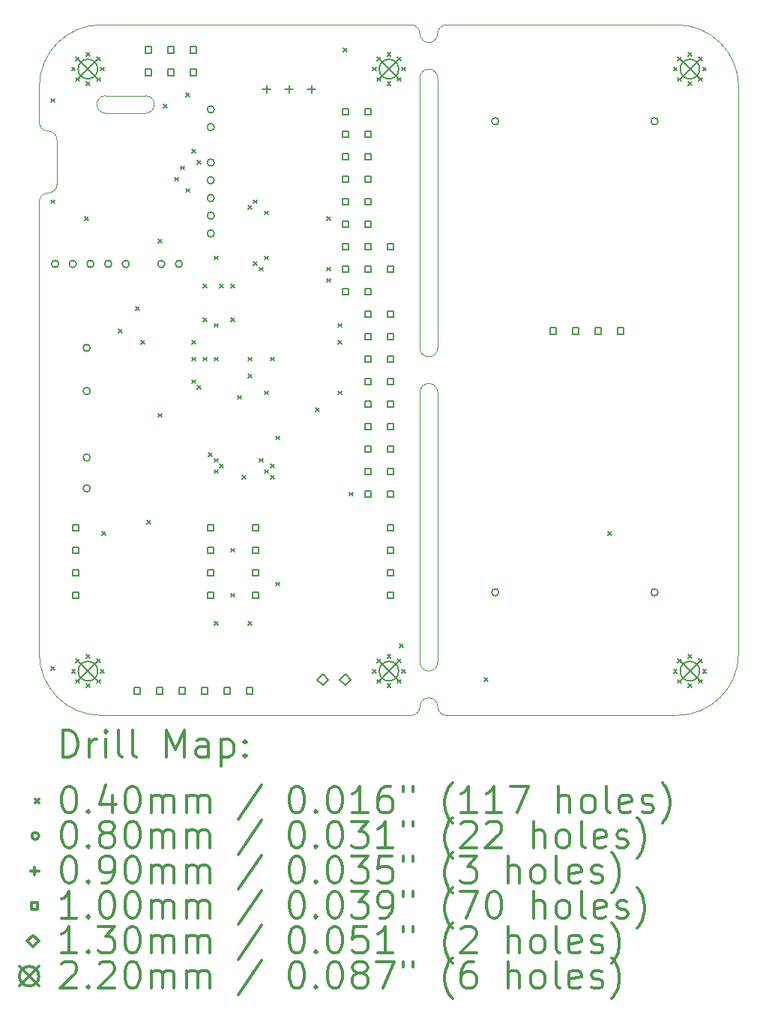
<source format=gbr>
%FSLAX45Y45*%
G04 Gerber Fmt 4.5, Leading zero omitted, Abs format (unit mm)*
G04 Created by KiCad (PCBNEW 4.0.7) date 08/02/18 21:47:23*
%MOMM*%
%LPD*%
G01*
G04 APERTURE LIST*
%ADD10C,0.127000*%
%ADD11C,0.100000*%
%ADD12C,0.200000*%
%ADD13C,0.300000*%
G04 APERTURE END LIST*
D10*
D11*
X8850000Y-8400000D02*
X9300000Y-8400000D01*
X8850000Y-8200000D02*
X9300000Y-8200000D01*
X9300000Y-8400000D02*
G75*
G03X9400000Y-8300000I0J100000D01*
G01*
X9400000Y-8300000D02*
G75*
G03X9300000Y-8200000I-100000J0D01*
G01*
X8750000Y-8300000D02*
G75*
G03X8850000Y-8400000I100000J0D01*
G01*
X8850000Y-8200000D02*
G75*
G03X8750000Y-8300000I0J-100000D01*
G01*
X8100000Y-9400000D02*
X8100000Y-14500000D01*
X8100000Y-8500000D02*
X8100000Y-8100000D01*
X8300000Y-8700000D02*
X8300000Y-9200000D01*
X8200000Y-9300000D02*
G75*
G03X8100000Y-9400000I0J-100000D01*
G01*
X8200000Y-9300000D02*
G75*
G03X8300000Y-9200000I0J100000D01*
G01*
X8300000Y-8700000D02*
G75*
G03X8200000Y-8600000I-100000J0D01*
G01*
X8100000Y-8500000D02*
G75*
G03X8200000Y-8600000I100000J0D01*
G01*
X12400000Y-8000000D02*
X12400000Y-11050000D01*
X12600000Y-11050000D02*
X12600000Y-8000000D01*
X12400000Y-11550000D02*
X12400000Y-14600000D01*
X12600000Y-14600000D02*
X12600000Y-11550000D01*
X8800000Y-15200000D02*
X12300000Y-15200000D01*
X12700000Y-15200000D02*
X15300000Y-15200000D01*
X12300000Y-7400000D02*
X8800000Y-7400000D01*
X12700000Y-7400000D02*
X15300000Y-7400000D01*
X12600000Y-15100000D02*
G75*
G03X12700000Y-15200000I100000J0D01*
G01*
X12600000Y-15100000D02*
G75*
G03X12500000Y-15000000I-100000J0D01*
G01*
X12500000Y-15000000D02*
G75*
G03X12400000Y-15100000I0J-100000D01*
G01*
X12300000Y-15200000D02*
G75*
G03X12400000Y-15100000I0J100000D01*
G01*
X12400000Y-7500000D02*
G75*
G03X12300000Y-7400000I-100000J0D01*
G01*
X12400000Y-7500000D02*
G75*
G03X12500000Y-7600000I100000J0D01*
G01*
X12500000Y-7600000D02*
G75*
G03X12600000Y-7500000I0J100000D01*
G01*
X12700000Y-7400000D02*
G75*
G03X12600000Y-7500000I0J-100000D01*
G01*
X16000000Y-8100000D02*
X16000000Y-14500000D01*
X8100000Y-14500000D02*
G75*
G03X8800000Y-15200000I700000J0D01*
G01*
X15300000Y-15200000D02*
G75*
G03X16000000Y-14500000I0J700000D01*
G01*
X16000000Y-8100000D02*
G75*
G03X15300000Y-7400000I-700000J0D01*
G01*
X8800000Y-7400000D02*
G75*
G03X8100000Y-8100000I0J-700000D01*
G01*
X12500000Y-11450000D02*
G75*
G03X12400000Y-11550000I0J-100000D01*
G01*
X12600000Y-11550000D02*
G75*
G03X12500000Y-11450000I-100000J0D01*
G01*
X12600000Y-8000000D02*
G75*
G03X12500000Y-7900000I-100000J0D01*
G01*
X12500000Y-7900000D02*
G75*
G03X12400000Y-8000000I0J-100000D01*
G01*
X12400000Y-11050000D02*
G75*
G03X12500000Y-11150000I100000J0D01*
G01*
X12500000Y-11150000D02*
G75*
G03X12600000Y-11050000I0J100000D01*
G01*
X12500000Y-14700000D02*
G75*
G03X12600000Y-14600000I0J100000D01*
G01*
X12400000Y-14600000D02*
G75*
G03X12500000Y-14700000I100000J0D01*
G01*
D12*
X8235000Y-8235000D02*
X8275000Y-8275000D01*
X8275000Y-8235000D02*
X8235000Y-8275000D01*
X8235000Y-9378000D02*
X8275000Y-9418000D01*
X8275000Y-9378000D02*
X8235000Y-9418000D01*
X8235000Y-14648500D02*
X8275000Y-14688500D01*
X8275000Y-14648500D02*
X8235000Y-14688500D01*
X8465000Y-7880000D02*
X8505000Y-7920000D01*
X8505000Y-7880000D02*
X8465000Y-7920000D01*
X8465000Y-14680000D02*
X8505000Y-14720000D01*
X8505000Y-14680000D02*
X8465000Y-14720000D01*
X8513327Y-7763327D02*
X8553327Y-7803327D01*
X8553327Y-7763327D02*
X8513327Y-7803327D01*
X8513327Y-7996673D02*
X8553327Y-8036673D01*
X8553327Y-7996673D02*
X8513327Y-8036673D01*
X8513327Y-14563327D02*
X8553327Y-14603327D01*
X8553327Y-14563327D02*
X8513327Y-14603327D01*
X8513327Y-14796673D02*
X8553327Y-14836673D01*
X8553327Y-14796673D02*
X8513327Y-14836673D01*
X8616000Y-9568500D02*
X8656000Y-9608500D01*
X8656000Y-9568500D02*
X8616000Y-9608500D01*
X8630000Y-7715000D02*
X8670000Y-7755000D01*
X8670000Y-7715000D02*
X8630000Y-7755000D01*
X8630000Y-8045000D02*
X8670000Y-8085000D01*
X8670000Y-8045000D02*
X8630000Y-8085000D01*
X8630000Y-14515000D02*
X8670000Y-14555000D01*
X8670000Y-14515000D02*
X8630000Y-14555000D01*
X8630000Y-14845000D02*
X8670000Y-14885000D01*
X8670000Y-14845000D02*
X8630000Y-14885000D01*
X8746673Y-7763327D02*
X8786673Y-7803327D01*
X8786673Y-7763327D02*
X8746673Y-7803327D01*
X8746673Y-7996673D02*
X8786673Y-8036673D01*
X8786673Y-7996673D02*
X8746673Y-8036673D01*
X8746673Y-14563327D02*
X8786673Y-14603327D01*
X8786673Y-14563327D02*
X8746673Y-14603327D01*
X8746673Y-14796673D02*
X8786673Y-14836673D01*
X8786673Y-14796673D02*
X8746673Y-14836673D01*
X8795000Y-7880000D02*
X8835000Y-7920000D01*
X8835000Y-7880000D02*
X8795000Y-7920000D01*
X8795000Y-14680000D02*
X8835000Y-14720000D01*
X8835000Y-14680000D02*
X8795000Y-14720000D01*
X8806500Y-13124500D02*
X8846500Y-13164500D01*
X8846500Y-13124500D02*
X8806500Y-13164500D01*
X8997000Y-10838500D02*
X9037000Y-10878500D01*
X9037000Y-10838500D02*
X8997000Y-10878500D01*
X9187500Y-10584500D02*
X9227500Y-10624500D01*
X9227500Y-10584500D02*
X9187500Y-10624500D01*
X9251000Y-10965500D02*
X9291000Y-11005500D01*
X9291000Y-10965500D02*
X9251000Y-11005500D01*
X9314500Y-12997500D02*
X9354500Y-13037500D01*
X9354500Y-12997500D02*
X9314500Y-13037500D01*
X9441500Y-9822500D02*
X9481500Y-9862500D01*
X9481500Y-9822500D02*
X9441500Y-9862500D01*
X9441500Y-11791000D02*
X9481500Y-11831000D01*
X9481500Y-11791000D02*
X9441500Y-11831000D01*
X9505000Y-8298500D02*
X9545000Y-8338500D01*
X9545000Y-8298500D02*
X9505000Y-8338500D01*
X9632000Y-9124000D02*
X9672000Y-9164000D01*
X9672000Y-9124000D02*
X9632000Y-9164000D01*
X9695500Y-8997000D02*
X9735500Y-9037000D01*
X9735500Y-8997000D02*
X9695500Y-9037000D01*
X9759000Y-8171500D02*
X9799000Y-8211500D01*
X9799000Y-8171500D02*
X9759000Y-8211500D01*
X9759000Y-9251000D02*
X9799000Y-9291000D01*
X9799000Y-9251000D02*
X9759000Y-9291000D01*
X9822500Y-8806500D02*
X9862500Y-8846500D01*
X9862500Y-8806500D02*
X9822500Y-8846500D01*
X9822500Y-10965500D02*
X9862500Y-11005500D01*
X9862500Y-10965500D02*
X9822500Y-11005500D01*
X9822500Y-11156000D02*
X9862500Y-11196000D01*
X9862500Y-11156000D02*
X9822500Y-11196000D01*
X9822500Y-11410000D02*
X9862500Y-11450000D01*
X9862500Y-11410000D02*
X9822500Y-11450000D01*
X9886000Y-8933500D02*
X9926000Y-8973500D01*
X9926000Y-8933500D02*
X9886000Y-8973500D01*
X9886000Y-11473500D02*
X9926000Y-11513500D01*
X9926000Y-11473500D02*
X9886000Y-11513500D01*
X9949500Y-10330500D02*
X9989500Y-10370500D01*
X9989500Y-10330500D02*
X9949500Y-10370500D01*
X9949500Y-10711500D02*
X9989500Y-10751500D01*
X9989500Y-10711500D02*
X9949500Y-10751500D01*
X9949500Y-11156000D02*
X9989500Y-11196000D01*
X9989500Y-11156000D02*
X9949500Y-11196000D01*
X10013000Y-12235500D02*
X10053000Y-12275500D01*
X10053000Y-12235500D02*
X10013000Y-12275500D01*
X10076500Y-10013000D02*
X10116500Y-10053000D01*
X10116500Y-10013000D02*
X10076500Y-10053000D01*
X10076500Y-10775000D02*
X10116500Y-10815000D01*
X10116500Y-10775000D02*
X10076500Y-10815000D01*
X10076500Y-11156000D02*
X10116500Y-11196000D01*
X10116500Y-11156000D02*
X10076500Y-11196000D01*
X10076500Y-12299000D02*
X10116500Y-12339000D01*
X10116500Y-12299000D02*
X10076500Y-12339000D01*
X10076500Y-12426000D02*
X10116500Y-12466000D01*
X10116500Y-12426000D02*
X10076500Y-12466000D01*
X10076500Y-14140500D02*
X10116500Y-14180500D01*
X10116500Y-14140500D02*
X10076500Y-14180500D01*
X10140000Y-10330500D02*
X10180000Y-10370500D01*
X10180000Y-10330500D02*
X10140000Y-10370500D01*
X10140000Y-12362500D02*
X10180000Y-12402500D01*
X10180000Y-12362500D02*
X10140000Y-12402500D01*
X10267000Y-10330500D02*
X10307000Y-10370500D01*
X10307000Y-10330500D02*
X10267000Y-10370500D01*
X10267000Y-10711500D02*
X10307000Y-10751500D01*
X10307000Y-10711500D02*
X10267000Y-10751500D01*
X10267000Y-13315000D02*
X10307000Y-13355000D01*
X10307000Y-13315000D02*
X10267000Y-13355000D01*
X10267000Y-13823000D02*
X10307000Y-13863000D01*
X10307000Y-13823000D02*
X10267000Y-13863000D01*
X10343200Y-11587800D02*
X10383200Y-11627800D01*
X10383200Y-11587800D02*
X10343200Y-11627800D01*
X10394000Y-12489500D02*
X10434000Y-12529500D01*
X10434000Y-12489500D02*
X10394000Y-12529500D01*
X10457500Y-9441500D02*
X10497500Y-9481500D01*
X10497500Y-9441500D02*
X10457500Y-9481500D01*
X10457500Y-11156000D02*
X10497500Y-11196000D01*
X10497500Y-11156000D02*
X10457500Y-11196000D01*
X10457500Y-11346500D02*
X10497500Y-11386500D01*
X10497500Y-11346500D02*
X10457500Y-11386500D01*
X10457500Y-14140500D02*
X10497500Y-14180500D01*
X10497500Y-14140500D02*
X10457500Y-14180500D01*
X10521000Y-9378000D02*
X10561000Y-9418000D01*
X10561000Y-9378000D02*
X10521000Y-9418000D01*
X10521000Y-10076500D02*
X10561000Y-10116500D01*
X10561000Y-10076500D02*
X10521000Y-10116500D01*
X10584500Y-10140000D02*
X10624500Y-10180000D01*
X10624500Y-10140000D02*
X10584500Y-10180000D01*
X10584500Y-12299000D02*
X10624500Y-12339000D01*
X10624500Y-12299000D02*
X10584500Y-12339000D01*
X10648000Y-9505000D02*
X10688000Y-9545000D01*
X10688000Y-9505000D02*
X10648000Y-9545000D01*
X10648000Y-10013000D02*
X10688000Y-10053000D01*
X10688000Y-10013000D02*
X10648000Y-10053000D01*
X10648000Y-11537000D02*
X10688000Y-11577000D01*
X10688000Y-11537000D02*
X10648000Y-11577000D01*
X10648000Y-12426000D02*
X10688000Y-12466000D01*
X10688000Y-12426000D02*
X10648000Y-12466000D01*
X10711500Y-11156000D02*
X10751500Y-11196000D01*
X10751500Y-11156000D02*
X10711500Y-11196000D01*
X10711500Y-12362500D02*
X10751500Y-12402500D01*
X10751500Y-12362500D02*
X10711500Y-12402500D01*
X10711500Y-12489500D02*
X10751500Y-12529500D01*
X10751500Y-12489500D02*
X10711500Y-12529500D01*
X10775000Y-12045000D02*
X10815000Y-12085000D01*
X10815000Y-12045000D02*
X10775000Y-12085000D01*
X10775000Y-13696000D02*
X10815000Y-13736000D01*
X10815000Y-13696000D02*
X10775000Y-13736000D01*
X11219500Y-11727500D02*
X11259500Y-11767500D01*
X11259500Y-11727500D02*
X11219500Y-11767500D01*
X11346500Y-9568500D02*
X11386500Y-9608500D01*
X11386500Y-9568500D02*
X11346500Y-9608500D01*
X11346500Y-10140000D02*
X11386500Y-10180000D01*
X11386500Y-10140000D02*
X11346500Y-10180000D01*
X11346500Y-10267000D02*
X11386500Y-10307000D01*
X11386500Y-10267000D02*
X11346500Y-10307000D01*
X11473500Y-10775000D02*
X11513500Y-10815000D01*
X11513500Y-10775000D02*
X11473500Y-10815000D01*
X11473500Y-10965500D02*
X11513500Y-11005500D01*
X11513500Y-10965500D02*
X11473500Y-11005500D01*
X11473500Y-11537000D02*
X11513500Y-11577000D01*
X11513500Y-11537000D02*
X11473500Y-11577000D01*
X11537000Y-7663500D02*
X11577000Y-7703500D01*
X11577000Y-7663500D02*
X11537000Y-7703500D01*
X11600500Y-12680000D02*
X11640500Y-12720000D01*
X11640500Y-12680000D02*
X11600500Y-12720000D01*
X11865000Y-7880000D02*
X11905000Y-7920000D01*
X11905000Y-7880000D02*
X11865000Y-7920000D01*
X11865000Y-14680000D02*
X11905000Y-14720000D01*
X11905000Y-14680000D02*
X11865000Y-14720000D01*
X11913327Y-7763327D02*
X11953327Y-7803327D01*
X11953327Y-7763327D02*
X11913327Y-7803327D01*
X11913327Y-7996673D02*
X11953327Y-8036673D01*
X11953327Y-7996673D02*
X11913327Y-8036673D01*
X11913327Y-14563327D02*
X11953327Y-14603327D01*
X11953327Y-14563327D02*
X11913327Y-14603327D01*
X11913327Y-14796673D02*
X11953327Y-14836673D01*
X11953327Y-14796673D02*
X11913327Y-14836673D01*
X12030000Y-7715000D02*
X12070000Y-7755000D01*
X12070000Y-7715000D02*
X12030000Y-7755000D01*
X12030000Y-8045000D02*
X12070000Y-8085000D01*
X12070000Y-8045000D02*
X12030000Y-8085000D01*
X12030000Y-14515000D02*
X12070000Y-14555000D01*
X12070000Y-14515000D02*
X12030000Y-14555000D01*
X12030000Y-14845000D02*
X12070000Y-14885000D01*
X12070000Y-14845000D02*
X12030000Y-14885000D01*
X12146673Y-7763327D02*
X12186673Y-7803327D01*
X12186673Y-7763327D02*
X12146673Y-7803327D01*
X12146673Y-7996673D02*
X12186673Y-8036673D01*
X12186673Y-7996673D02*
X12146673Y-8036673D01*
X12146673Y-14563327D02*
X12186673Y-14603327D01*
X12186673Y-14563327D02*
X12146673Y-14603327D01*
X12146673Y-14796673D02*
X12186673Y-14836673D01*
X12186673Y-14796673D02*
X12146673Y-14836673D01*
X12172000Y-14394500D02*
X12212000Y-14434500D01*
X12212000Y-14394500D02*
X12172000Y-14434500D01*
X12195000Y-7880000D02*
X12235000Y-7920000D01*
X12235000Y-7880000D02*
X12195000Y-7920000D01*
X12195000Y-14680000D02*
X12235000Y-14720000D01*
X12235000Y-14680000D02*
X12195000Y-14720000D01*
X13124500Y-14775500D02*
X13164500Y-14815500D01*
X13164500Y-14775500D02*
X13124500Y-14815500D01*
X14521500Y-13124500D02*
X14561500Y-13164500D01*
X14561500Y-13124500D02*
X14521500Y-13164500D01*
X15265000Y-7880000D02*
X15305000Y-7920000D01*
X15305000Y-7880000D02*
X15265000Y-7920000D01*
X15265000Y-14680000D02*
X15305000Y-14720000D01*
X15305000Y-14680000D02*
X15265000Y-14720000D01*
X15313327Y-7763327D02*
X15353327Y-7803327D01*
X15353327Y-7763327D02*
X15313327Y-7803327D01*
X15313327Y-7996673D02*
X15353327Y-8036673D01*
X15353327Y-7996673D02*
X15313327Y-8036673D01*
X15313327Y-14563327D02*
X15353327Y-14603327D01*
X15353327Y-14563327D02*
X15313327Y-14603327D01*
X15313327Y-14796673D02*
X15353327Y-14836673D01*
X15353327Y-14796673D02*
X15313327Y-14836673D01*
X15430000Y-7715000D02*
X15470000Y-7755000D01*
X15470000Y-7715000D02*
X15430000Y-7755000D01*
X15430000Y-8045000D02*
X15470000Y-8085000D01*
X15470000Y-8045000D02*
X15430000Y-8085000D01*
X15430000Y-14515000D02*
X15470000Y-14555000D01*
X15470000Y-14515000D02*
X15430000Y-14555000D01*
X15430000Y-14845000D02*
X15470000Y-14885000D01*
X15470000Y-14845000D02*
X15430000Y-14885000D01*
X15546673Y-7763327D02*
X15586673Y-7803327D01*
X15586673Y-7763327D02*
X15546673Y-7803327D01*
X15546673Y-7996673D02*
X15586673Y-8036673D01*
X15586673Y-7996673D02*
X15546673Y-8036673D01*
X15546673Y-14563327D02*
X15586673Y-14603327D01*
X15586673Y-14563327D02*
X15546673Y-14603327D01*
X15546673Y-14796673D02*
X15586673Y-14836673D01*
X15586673Y-14796673D02*
X15546673Y-14836673D01*
X15595000Y-7880000D02*
X15635000Y-7920000D01*
X15635000Y-7880000D02*
X15595000Y-7920000D01*
X15595000Y-14680000D02*
X15635000Y-14720000D01*
X15635000Y-14680000D02*
X15595000Y-14720000D01*
X8318000Y-10100500D02*
G75*
G03X8318000Y-10100500I-40000J0D01*
G01*
X8518000Y-10100500D02*
G75*
G03X8518000Y-10100500I-40000J0D01*
G01*
X8676000Y-11049000D02*
G75*
G03X8676000Y-11049000I-40000J0D01*
G01*
X8676000Y-11537000D02*
G75*
G03X8676000Y-11537000I-40000J0D01*
G01*
X8676000Y-12286500D02*
G75*
G03X8676000Y-12286500I-40000J0D01*
G01*
X8676000Y-12636500D02*
G75*
G03X8676000Y-12636500I-40000J0D01*
G01*
X8718000Y-10100500D02*
G75*
G03X8718000Y-10100500I-40000J0D01*
G01*
X8918000Y-10100500D02*
G75*
G03X8918000Y-10100500I-40000J0D01*
G01*
X9118000Y-10100500D02*
G75*
G03X9118000Y-10100500I-40000J0D01*
G01*
X9518000Y-10100500D02*
G75*
G03X9518000Y-10100500I-40000J0D01*
G01*
X9718000Y-10100500D02*
G75*
G03X9718000Y-10100500I-40000J0D01*
G01*
X10077000Y-8356000D02*
G75*
G03X10077000Y-8356000I-40000J0D01*
G01*
X10077000Y-8556000D02*
G75*
G03X10077000Y-8556000I-40000J0D01*
G01*
X10077000Y-8956000D02*
G75*
G03X10077000Y-8956000I-40000J0D01*
G01*
X10077000Y-9156000D02*
G75*
G03X10077000Y-9156000I-40000J0D01*
G01*
X10077000Y-9356000D02*
G75*
G03X10077000Y-9356000I-40000J0D01*
G01*
X10077000Y-9556000D02*
G75*
G03X10077000Y-9556000I-40000J0D01*
G01*
X10077000Y-9756000D02*
G75*
G03X10077000Y-9756000I-40000J0D01*
G01*
X13290000Y-8490000D02*
G75*
G03X13290000Y-8490000I-40000J0D01*
G01*
X13290000Y-13810000D02*
G75*
G03X13290000Y-13810000I-40000J0D01*
G01*
X15090000Y-8490000D02*
G75*
G03X15090000Y-8490000I-40000J0D01*
G01*
X15090000Y-13810000D02*
G75*
G03X15090000Y-13810000I-40000J0D01*
G01*
X10668000Y-8083000D02*
X10668000Y-8173000D01*
X10623000Y-8128000D02*
X10713000Y-8128000D01*
X10922000Y-8083000D02*
X10922000Y-8173000D01*
X10877000Y-8128000D02*
X10967000Y-8128000D01*
X11176000Y-8083000D02*
X11176000Y-8173000D01*
X11131000Y-8128000D02*
X11221000Y-8128000D01*
X8544356Y-13116356D02*
X8544356Y-13045644D01*
X8473644Y-13045644D01*
X8473644Y-13116356D01*
X8544356Y-13116356D01*
X8544356Y-13370356D02*
X8544356Y-13299644D01*
X8473644Y-13299644D01*
X8473644Y-13370356D01*
X8544356Y-13370356D01*
X8544356Y-13624356D02*
X8544356Y-13553644D01*
X8473644Y-13553644D01*
X8473644Y-13624356D01*
X8544356Y-13624356D01*
X8544356Y-13878356D02*
X8544356Y-13807644D01*
X8473644Y-13807644D01*
X8473644Y-13878356D01*
X8544356Y-13878356D01*
X9242856Y-14957856D02*
X9242856Y-14887144D01*
X9172144Y-14887144D01*
X9172144Y-14957856D01*
X9242856Y-14957856D01*
X9369856Y-7718856D02*
X9369856Y-7648144D01*
X9299144Y-7648144D01*
X9299144Y-7718856D01*
X9369856Y-7718856D01*
X9369856Y-7972856D02*
X9369856Y-7902144D01*
X9299144Y-7902144D01*
X9299144Y-7972856D01*
X9369856Y-7972856D01*
X9496856Y-14957856D02*
X9496856Y-14887144D01*
X9426144Y-14887144D01*
X9426144Y-14957856D01*
X9496856Y-14957856D01*
X9623856Y-7718856D02*
X9623856Y-7648144D01*
X9553144Y-7648144D01*
X9553144Y-7718856D01*
X9623856Y-7718856D01*
X9623856Y-7972856D02*
X9623856Y-7902144D01*
X9553144Y-7902144D01*
X9553144Y-7972856D01*
X9623856Y-7972856D01*
X9750856Y-14957856D02*
X9750856Y-14887144D01*
X9680144Y-14887144D01*
X9680144Y-14957856D01*
X9750856Y-14957856D01*
X9877856Y-7718856D02*
X9877856Y-7648144D01*
X9807144Y-7648144D01*
X9807144Y-7718856D01*
X9877856Y-7718856D01*
X9877856Y-7972856D02*
X9877856Y-7902144D01*
X9807144Y-7902144D01*
X9807144Y-7972856D01*
X9877856Y-7972856D01*
X10004856Y-14957856D02*
X10004856Y-14887144D01*
X9934144Y-14887144D01*
X9934144Y-14957856D01*
X10004856Y-14957856D01*
X10068356Y-13116356D02*
X10068356Y-13045644D01*
X9997644Y-13045644D01*
X9997644Y-13116356D01*
X10068356Y-13116356D01*
X10068356Y-13370356D02*
X10068356Y-13299644D01*
X9997644Y-13299644D01*
X9997644Y-13370356D01*
X10068356Y-13370356D01*
X10068356Y-13624356D02*
X10068356Y-13553644D01*
X9997644Y-13553644D01*
X9997644Y-13624356D01*
X10068356Y-13624356D01*
X10068356Y-13878356D02*
X10068356Y-13807644D01*
X9997644Y-13807644D01*
X9997644Y-13878356D01*
X10068356Y-13878356D01*
X10258856Y-14957856D02*
X10258856Y-14887144D01*
X10188144Y-14887144D01*
X10188144Y-14957856D01*
X10258856Y-14957856D01*
X10512856Y-14957856D02*
X10512856Y-14887144D01*
X10442144Y-14887144D01*
X10442144Y-14957856D01*
X10512856Y-14957856D01*
X10576356Y-13116356D02*
X10576356Y-13045644D01*
X10505644Y-13045644D01*
X10505644Y-13116356D01*
X10576356Y-13116356D01*
X10576356Y-13370356D02*
X10576356Y-13299644D01*
X10505644Y-13299644D01*
X10505644Y-13370356D01*
X10576356Y-13370356D01*
X10576356Y-13624356D02*
X10576356Y-13553644D01*
X10505644Y-13553644D01*
X10505644Y-13624356D01*
X10576356Y-13624356D01*
X10576356Y-13878356D02*
X10576356Y-13807644D01*
X10505644Y-13807644D01*
X10505644Y-13878356D01*
X10576356Y-13878356D01*
X11592356Y-8417356D02*
X11592356Y-8346644D01*
X11521644Y-8346644D01*
X11521644Y-8417356D01*
X11592356Y-8417356D01*
X11592356Y-8671356D02*
X11592356Y-8600644D01*
X11521644Y-8600644D01*
X11521644Y-8671356D01*
X11592356Y-8671356D01*
X11592356Y-8925356D02*
X11592356Y-8854644D01*
X11521644Y-8854644D01*
X11521644Y-8925356D01*
X11592356Y-8925356D01*
X11592356Y-9179356D02*
X11592356Y-9108644D01*
X11521644Y-9108644D01*
X11521644Y-9179356D01*
X11592356Y-9179356D01*
X11592356Y-9433356D02*
X11592356Y-9362644D01*
X11521644Y-9362644D01*
X11521644Y-9433356D01*
X11592356Y-9433356D01*
X11592356Y-9687356D02*
X11592356Y-9616644D01*
X11521644Y-9616644D01*
X11521644Y-9687356D01*
X11592356Y-9687356D01*
X11592356Y-9941356D02*
X11592356Y-9870644D01*
X11521644Y-9870644D01*
X11521644Y-9941356D01*
X11592356Y-9941356D01*
X11592356Y-10195356D02*
X11592356Y-10124644D01*
X11521644Y-10124644D01*
X11521644Y-10195356D01*
X11592356Y-10195356D01*
X11592356Y-10449356D02*
X11592356Y-10378644D01*
X11521644Y-10378644D01*
X11521644Y-10449356D01*
X11592356Y-10449356D01*
X11846356Y-8417356D02*
X11846356Y-8346644D01*
X11775644Y-8346644D01*
X11775644Y-8417356D01*
X11846356Y-8417356D01*
X11846356Y-8671356D02*
X11846356Y-8600644D01*
X11775644Y-8600644D01*
X11775644Y-8671356D01*
X11846356Y-8671356D01*
X11846356Y-8925356D02*
X11846356Y-8854644D01*
X11775644Y-8854644D01*
X11775644Y-8925356D01*
X11846356Y-8925356D01*
X11846356Y-9179356D02*
X11846356Y-9108644D01*
X11775644Y-9108644D01*
X11775644Y-9179356D01*
X11846356Y-9179356D01*
X11846356Y-9433356D02*
X11846356Y-9362644D01*
X11775644Y-9362644D01*
X11775644Y-9433356D01*
X11846356Y-9433356D01*
X11846356Y-9687356D02*
X11846356Y-9616644D01*
X11775644Y-9616644D01*
X11775644Y-9687356D01*
X11846356Y-9687356D01*
X11846356Y-9941356D02*
X11846356Y-9870644D01*
X11775644Y-9870644D01*
X11775644Y-9941356D01*
X11846356Y-9941356D01*
X11846356Y-10195356D02*
X11846356Y-10124644D01*
X11775644Y-10124644D01*
X11775644Y-10195356D01*
X11846356Y-10195356D01*
X11846356Y-10449356D02*
X11846356Y-10378644D01*
X11775644Y-10378644D01*
X11775644Y-10449356D01*
X11846356Y-10449356D01*
X11846356Y-10703356D02*
X11846356Y-10632644D01*
X11775644Y-10632644D01*
X11775644Y-10703356D01*
X11846356Y-10703356D01*
X11846356Y-10957356D02*
X11846356Y-10886644D01*
X11775644Y-10886644D01*
X11775644Y-10957356D01*
X11846356Y-10957356D01*
X11846356Y-11211356D02*
X11846356Y-11140644D01*
X11775644Y-11140644D01*
X11775644Y-11211356D01*
X11846356Y-11211356D01*
X11846356Y-11465356D02*
X11846356Y-11394644D01*
X11775644Y-11394644D01*
X11775644Y-11465356D01*
X11846356Y-11465356D01*
X11846356Y-11719356D02*
X11846356Y-11648644D01*
X11775644Y-11648644D01*
X11775644Y-11719356D01*
X11846356Y-11719356D01*
X11846356Y-11973356D02*
X11846356Y-11902644D01*
X11775644Y-11902644D01*
X11775644Y-11973356D01*
X11846356Y-11973356D01*
X11846356Y-12227356D02*
X11846356Y-12156644D01*
X11775644Y-12156644D01*
X11775644Y-12227356D01*
X11846356Y-12227356D01*
X11846356Y-12481356D02*
X11846356Y-12410644D01*
X11775644Y-12410644D01*
X11775644Y-12481356D01*
X11846356Y-12481356D01*
X11846356Y-12735356D02*
X11846356Y-12664644D01*
X11775644Y-12664644D01*
X11775644Y-12735356D01*
X11846356Y-12735356D01*
X12100356Y-9941356D02*
X12100356Y-9870644D01*
X12029644Y-9870644D01*
X12029644Y-9941356D01*
X12100356Y-9941356D01*
X12100356Y-10195356D02*
X12100356Y-10124644D01*
X12029644Y-10124644D01*
X12029644Y-10195356D01*
X12100356Y-10195356D01*
X12100356Y-10703356D02*
X12100356Y-10632644D01*
X12029644Y-10632644D01*
X12029644Y-10703356D01*
X12100356Y-10703356D01*
X12100356Y-10957356D02*
X12100356Y-10886644D01*
X12029644Y-10886644D01*
X12029644Y-10957356D01*
X12100356Y-10957356D01*
X12100356Y-11211356D02*
X12100356Y-11140644D01*
X12029644Y-11140644D01*
X12029644Y-11211356D01*
X12100356Y-11211356D01*
X12100356Y-11465356D02*
X12100356Y-11394644D01*
X12029644Y-11394644D01*
X12029644Y-11465356D01*
X12100356Y-11465356D01*
X12100356Y-11719356D02*
X12100356Y-11648644D01*
X12029644Y-11648644D01*
X12029644Y-11719356D01*
X12100356Y-11719356D01*
X12100356Y-11973356D02*
X12100356Y-11902644D01*
X12029644Y-11902644D01*
X12029644Y-11973356D01*
X12100356Y-11973356D01*
X12100356Y-12227356D02*
X12100356Y-12156644D01*
X12029644Y-12156644D01*
X12029644Y-12227356D01*
X12100356Y-12227356D01*
X12100356Y-12481356D02*
X12100356Y-12410644D01*
X12029644Y-12410644D01*
X12029644Y-12481356D01*
X12100356Y-12481356D01*
X12100356Y-12735356D02*
X12100356Y-12664644D01*
X12029644Y-12664644D01*
X12029644Y-12735356D01*
X12100356Y-12735356D01*
X12100356Y-13116356D02*
X12100356Y-13045644D01*
X12029644Y-13045644D01*
X12029644Y-13116356D01*
X12100356Y-13116356D01*
X12100356Y-13370356D02*
X12100356Y-13299644D01*
X12029644Y-13299644D01*
X12029644Y-13370356D01*
X12100356Y-13370356D01*
X12100356Y-13624356D02*
X12100356Y-13553644D01*
X12029644Y-13553644D01*
X12029644Y-13624356D01*
X12100356Y-13624356D01*
X12100356Y-13878356D02*
X12100356Y-13807644D01*
X12029644Y-13807644D01*
X12029644Y-13878356D01*
X12100356Y-13878356D01*
X13941856Y-10893856D02*
X13941856Y-10823144D01*
X13871144Y-10823144D01*
X13871144Y-10893856D01*
X13941856Y-10893856D01*
X14195856Y-10893856D02*
X14195856Y-10823144D01*
X14125144Y-10823144D01*
X14125144Y-10893856D01*
X14195856Y-10893856D01*
X14449856Y-10893856D02*
X14449856Y-10823144D01*
X14379144Y-10823144D01*
X14379144Y-10893856D01*
X14449856Y-10893856D01*
X14703856Y-10893856D02*
X14703856Y-10823144D01*
X14633144Y-10823144D01*
X14633144Y-10893856D01*
X14703856Y-10893856D01*
X11303000Y-14860500D02*
X11368000Y-14795500D01*
X11303000Y-14730500D01*
X11238000Y-14795500D01*
X11303000Y-14860500D01*
X11557000Y-14860500D02*
X11622000Y-14795500D01*
X11557000Y-14730500D01*
X11492000Y-14795500D01*
X11557000Y-14860500D01*
X8540000Y-7790000D02*
X8760000Y-8010000D01*
X8760000Y-7790000D02*
X8540000Y-8010000D01*
X8760000Y-7900000D02*
G75*
G03X8760000Y-7900000I-110000J0D01*
G01*
X8540000Y-14590000D02*
X8760000Y-14810000D01*
X8760000Y-14590000D02*
X8540000Y-14810000D01*
X8760000Y-14700000D02*
G75*
G03X8760000Y-14700000I-110000J0D01*
G01*
X11940000Y-7790000D02*
X12160000Y-8010000D01*
X12160000Y-7790000D02*
X11940000Y-8010000D01*
X12160000Y-7900000D02*
G75*
G03X12160000Y-7900000I-110000J0D01*
G01*
X11940000Y-14590000D02*
X12160000Y-14810000D01*
X12160000Y-14590000D02*
X11940000Y-14810000D01*
X12160000Y-14700000D02*
G75*
G03X12160000Y-14700000I-110000J0D01*
G01*
X15340000Y-7790000D02*
X15560000Y-8010000D01*
X15560000Y-7790000D02*
X15340000Y-8010000D01*
X15560000Y-7900000D02*
G75*
G03X15560000Y-7900000I-110000J0D01*
G01*
X15340000Y-14590000D02*
X15560000Y-14810000D01*
X15560000Y-14590000D02*
X15340000Y-14810000D01*
X15560000Y-14700000D02*
G75*
G03X15560000Y-14700000I-110000J0D01*
G01*
D13*
X8366428Y-15670714D02*
X8366428Y-15370714D01*
X8437857Y-15370714D01*
X8480714Y-15385000D01*
X8509286Y-15413571D01*
X8523571Y-15442143D01*
X8537857Y-15499286D01*
X8537857Y-15542143D01*
X8523571Y-15599286D01*
X8509286Y-15627857D01*
X8480714Y-15656429D01*
X8437857Y-15670714D01*
X8366428Y-15670714D01*
X8666429Y-15670714D02*
X8666429Y-15470714D01*
X8666429Y-15527857D02*
X8680714Y-15499286D01*
X8695000Y-15485000D01*
X8723571Y-15470714D01*
X8752143Y-15470714D01*
X8852143Y-15670714D02*
X8852143Y-15470714D01*
X8852143Y-15370714D02*
X8837857Y-15385000D01*
X8852143Y-15399286D01*
X8866429Y-15385000D01*
X8852143Y-15370714D01*
X8852143Y-15399286D01*
X9037857Y-15670714D02*
X9009286Y-15656429D01*
X8995000Y-15627857D01*
X8995000Y-15370714D01*
X9195000Y-15670714D02*
X9166429Y-15656429D01*
X9152143Y-15627857D01*
X9152143Y-15370714D01*
X9537857Y-15670714D02*
X9537857Y-15370714D01*
X9637857Y-15585000D01*
X9737857Y-15370714D01*
X9737857Y-15670714D01*
X10009286Y-15670714D02*
X10009286Y-15513571D01*
X9995000Y-15485000D01*
X9966429Y-15470714D01*
X9909286Y-15470714D01*
X9880714Y-15485000D01*
X10009286Y-15656429D02*
X9980714Y-15670714D01*
X9909286Y-15670714D01*
X9880714Y-15656429D01*
X9866429Y-15627857D01*
X9866429Y-15599286D01*
X9880714Y-15570714D01*
X9909286Y-15556429D01*
X9980714Y-15556429D01*
X10009286Y-15542143D01*
X10152143Y-15470714D02*
X10152143Y-15770714D01*
X10152143Y-15485000D02*
X10180714Y-15470714D01*
X10237857Y-15470714D01*
X10266429Y-15485000D01*
X10280714Y-15499286D01*
X10295000Y-15527857D01*
X10295000Y-15613571D01*
X10280714Y-15642143D01*
X10266429Y-15656429D01*
X10237857Y-15670714D01*
X10180714Y-15670714D01*
X10152143Y-15656429D01*
X10423571Y-15642143D02*
X10437857Y-15656429D01*
X10423571Y-15670714D01*
X10409286Y-15656429D01*
X10423571Y-15642143D01*
X10423571Y-15670714D01*
X10423571Y-15485000D02*
X10437857Y-15499286D01*
X10423571Y-15513571D01*
X10409286Y-15499286D01*
X10423571Y-15485000D01*
X10423571Y-15513571D01*
X8055000Y-16145000D02*
X8095000Y-16185000D01*
X8095000Y-16145000D02*
X8055000Y-16185000D01*
X8423571Y-16000714D02*
X8452143Y-16000714D01*
X8480714Y-16015000D01*
X8495000Y-16029286D01*
X8509286Y-16057857D01*
X8523571Y-16115000D01*
X8523571Y-16186429D01*
X8509286Y-16243571D01*
X8495000Y-16272143D01*
X8480714Y-16286429D01*
X8452143Y-16300714D01*
X8423571Y-16300714D01*
X8395000Y-16286429D01*
X8380714Y-16272143D01*
X8366428Y-16243571D01*
X8352143Y-16186429D01*
X8352143Y-16115000D01*
X8366428Y-16057857D01*
X8380714Y-16029286D01*
X8395000Y-16015000D01*
X8423571Y-16000714D01*
X8652143Y-16272143D02*
X8666429Y-16286429D01*
X8652143Y-16300714D01*
X8637857Y-16286429D01*
X8652143Y-16272143D01*
X8652143Y-16300714D01*
X8923571Y-16100714D02*
X8923571Y-16300714D01*
X8852143Y-15986429D02*
X8780714Y-16200714D01*
X8966428Y-16200714D01*
X9137857Y-16000714D02*
X9166429Y-16000714D01*
X9195000Y-16015000D01*
X9209286Y-16029286D01*
X9223571Y-16057857D01*
X9237857Y-16115000D01*
X9237857Y-16186429D01*
X9223571Y-16243571D01*
X9209286Y-16272143D01*
X9195000Y-16286429D01*
X9166429Y-16300714D01*
X9137857Y-16300714D01*
X9109286Y-16286429D01*
X9095000Y-16272143D01*
X9080714Y-16243571D01*
X9066429Y-16186429D01*
X9066429Y-16115000D01*
X9080714Y-16057857D01*
X9095000Y-16029286D01*
X9109286Y-16015000D01*
X9137857Y-16000714D01*
X9366429Y-16300714D02*
X9366429Y-16100714D01*
X9366429Y-16129286D02*
X9380714Y-16115000D01*
X9409286Y-16100714D01*
X9452143Y-16100714D01*
X9480714Y-16115000D01*
X9495000Y-16143571D01*
X9495000Y-16300714D01*
X9495000Y-16143571D02*
X9509286Y-16115000D01*
X9537857Y-16100714D01*
X9580714Y-16100714D01*
X9609286Y-16115000D01*
X9623571Y-16143571D01*
X9623571Y-16300714D01*
X9766429Y-16300714D02*
X9766429Y-16100714D01*
X9766429Y-16129286D02*
X9780714Y-16115000D01*
X9809286Y-16100714D01*
X9852143Y-16100714D01*
X9880714Y-16115000D01*
X9895000Y-16143571D01*
X9895000Y-16300714D01*
X9895000Y-16143571D02*
X9909286Y-16115000D01*
X9937857Y-16100714D01*
X9980714Y-16100714D01*
X10009286Y-16115000D01*
X10023571Y-16143571D01*
X10023571Y-16300714D01*
X10609286Y-15986429D02*
X10352143Y-16372143D01*
X10995000Y-16000714D02*
X11023571Y-16000714D01*
X11052143Y-16015000D01*
X11066428Y-16029286D01*
X11080714Y-16057857D01*
X11095000Y-16115000D01*
X11095000Y-16186429D01*
X11080714Y-16243571D01*
X11066428Y-16272143D01*
X11052143Y-16286429D01*
X11023571Y-16300714D01*
X10995000Y-16300714D01*
X10966428Y-16286429D01*
X10952143Y-16272143D01*
X10937857Y-16243571D01*
X10923571Y-16186429D01*
X10923571Y-16115000D01*
X10937857Y-16057857D01*
X10952143Y-16029286D01*
X10966428Y-16015000D01*
X10995000Y-16000714D01*
X11223571Y-16272143D02*
X11237857Y-16286429D01*
X11223571Y-16300714D01*
X11209286Y-16286429D01*
X11223571Y-16272143D01*
X11223571Y-16300714D01*
X11423571Y-16000714D02*
X11452143Y-16000714D01*
X11480714Y-16015000D01*
X11495000Y-16029286D01*
X11509285Y-16057857D01*
X11523571Y-16115000D01*
X11523571Y-16186429D01*
X11509285Y-16243571D01*
X11495000Y-16272143D01*
X11480714Y-16286429D01*
X11452143Y-16300714D01*
X11423571Y-16300714D01*
X11395000Y-16286429D01*
X11380714Y-16272143D01*
X11366428Y-16243571D01*
X11352143Y-16186429D01*
X11352143Y-16115000D01*
X11366428Y-16057857D01*
X11380714Y-16029286D01*
X11395000Y-16015000D01*
X11423571Y-16000714D01*
X11809285Y-16300714D02*
X11637857Y-16300714D01*
X11723571Y-16300714D02*
X11723571Y-16000714D01*
X11695000Y-16043571D01*
X11666428Y-16072143D01*
X11637857Y-16086429D01*
X12066428Y-16000714D02*
X12009285Y-16000714D01*
X11980714Y-16015000D01*
X11966428Y-16029286D01*
X11937857Y-16072143D01*
X11923571Y-16129286D01*
X11923571Y-16243571D01*
X11937857Y-16272143D01*
X11952143Y-16286429D01*
X11980714Y-16300714D01*
X12037857Y-16300714D01*
X12066428Y-16286429D01*
X12080714Y-16272143D01*
X12095000Y-16243571D01*
X12095000Y-16172143D01*
X12080714Y-16143571D01*
X12066428Y-16129286D01*
X12037857Y-16115000D01*
X11980714Y-16115000D01*
X11952143Y-16129286D01*
X11937857Y-16143571D01*
X11923571Y-16172143D01*
X12209286Y-16000714D02*
X12209286Y-16057857D01*
X12323571Y-16000714D02*
X12323571Y-16057857D01*
X12766428Y-16415000D02*
X12752143Y-16400714D01*
X12723571Y-16357857D01*
X12709285Y-16329286D01*
X12695000Y-16286429D01*
X12680714Y-16215000D01*
X12680714Y-16157857D01*
X12695000Y-16086429D01*
X12709285Y-16043571D01*
X12723571Y-16015000D01*
X12752143Y-15972143D01*
X12766428Y-15957857D01*
X13037857Y-16300714D02*
X12866428Y-16300714D01*
X12952143Y-16300714D02*
X12952143Y-16000714D01*
X12923571Y-16043571D01*
X12895000Y-16072143D01*
X12866428Y-16086429D01*
X13323571Y-16300714D02*
X13152143Y-16300714D01*
X13237857Y-16300714D02*
X13237857Y-16000714D01*
X13209285Y-16043571D01*
X13180714Y-16072143D01*
X13152143Y-16086429D01*
X13423571Y-16000714D02*
X13623571Y-16000714D01*
X13495000Y-16300714D01*
X13966428Y-16300714D02*
X13966428Y-16000714D01*
X14095000Y-16300714D02*
X14095000Y-16143571D01*
X14080714Y-16115000D01*
X14052143Y-16100714D01*
X14009285Y-16100714D01*
X13980714Y-16115000D01*
X13966428Y-16129286D01*
X14280714Y-16300714D02*
X14252143Y-16286429D01*
X14237857Y-16272143D01*
X14223571Y-16243571D01*
X14223571Y-16157857D01*
X14237857Y-16129286D01*
X14252143Y-16115000D01*
X14280714Y-16100714D01*
X14323571Y-16100714D01*
X14352143Y-16115000D01*
X14366428Y-16129286D01*
X14380714Y-16157857D01*
X14380714Y-16243571D01*
X14366428Y-16272143D01*
X14352143Y-16286429D01*
X14323571Y-16300714D01*
X14280714Y-16300714D01*
X14552143Y-16300714D02*
X14523571Y-16286429D01*
X14509286Y-16257857D01*
X14509286Y-16000714D01*
X14780714Y-16286429D02*
X14752143Y-16300714D01*
X14695000Y-16300714D01*
X14666428Y-16286429D01*
X14652143Y-16257857D01*
X14652143Y-16143571D01*
X14666428Y-16115000D01*
X14695000Y-16100714D01*
X14752143Y-16100714D01*
X14780714Y-16115000D01*
X14795000Y-16143571D01*
X14795000Y-16172143D01*
X14652143Y-16200714D01*
X14909286Y-16286429D02*
X14937857Y-16300714D01*
X14995000Y-16300714D01*
X15023571Y-16286429D01*
X15037857Y-16257857D01*
X15037857Y-16243571D01*
X15023571Y-16215000D01*
X14995000Y-16200714D01*
X14952143Y-16200714D01*
X14923571Y-16186429D01*
X14909286Y-16157857D01*
X14909286Y-16143571D01*
X14923571Y-16115000D01*
X14952143Y-16100714D01*
X14995000Y-16100714D01*
X15023571Y-16115000D01*
X15137857Y-16415000D02*
X15152143Y-16400714D01*
X15180714Y-16357857D01*
X15195000Y-16329286D01*
X15209286Y-16286429D01*
X15223571Y-16215000D01*
X15223571Y-16157857D01*
X15209286Y-16086429D01*
X15195000Y-16043571D01*
X15180714Y-16015000D01*
X15152143Y-15972143D01*
X15137857Y-15957857D01*
X8095000Y-16561000D02*
G75*
G03X8095000Y-16561000I-40000J0D01*
G01*
X8423571Y-16396714D02*
X8452143Y-16396714D01*
X8480714Y-16411000D01*
X8495000Y-16425286D01*
X8509286Y-16453857D01*
X8523571Y-16511000D01*
X8523571Y-16582429D01*
X8509286Y-16639571D01*
X8495000Y-16668143D01*
X8480714Y-16682429D01*
X8452143Y-16696714D01*
X8423571Y-16696714D01*
X8395000Y-16682429D01*
X8380714Y-16668143D01*
X8366428Y-16639571D01*
X8352143Y-16582429D01*
X8352143Y-16511000D01*
X8366428Y-16453857D01*
X8380714Y-16425286D01*
X8395000Y-16411000D01*
X8423571Y-16396714D01*
X8652143Y-16668143D02*
X8666429Y-16682429D01*
X8652143Y-16696714D01*
X8637857Y-16682429D01*
X8652143Y-16668143D01*
X8652143Y-16696714D01*
X8837857Y-16525286D02*
X8809286Y-16511000D01*
X8795000Y-16496714D01*
X8780714Y-16468143D01*
X8780714Y-16453857D01*
X8795000Y-16425286D01*
X8809286Y-16411000D01*
X8837857Y-16396714D01*
X8895000Y-16396714D01*
X8923571Y-16411000D01*
X8937857Y-16425286D01*
X8952143Y-16453857D01*
X8952143Y-16468143D01*
X8937857Y-16496714D01*
X8923571Y-16511000D01*
X8895000Y-16525286D01*
X8837857Y-16525286D01*
X8809286Y-16539571D01*
X8795000Y-16553857D01*
X8780714Y-16582429D01*
X8780714Y-16639571D01*
X8795000Y-16668143D01*
X8809286Y-16682429D01*
X8837857Y-16696714D01*
X8895000Y-16696714D01*
X8923571Y-16682429D01*
X8937857Y-16668143D01*
X8952143Y-16639571D01*
X8952143Y-16582429D01*
X8937857Y-16553857D01*
X8923571Y-16539571D01*
X8895000Y-16525286D01*
X9137857Y-16396714D02*
X9166429Y-16396714D01*
X9195000Y-16411000D01*
X9209286Y-16425286D01*
X9223571Y-16453857D01*
X9237857Y-16511000D01*
X9237857Y-16582429D01*
X9223571Y-16639571D01*
X9209286Y-16668143D01*
X9195000Y-16682429D01*
X9166429Y-16696714D01*
X9137857Y-16696714D01*
X9109286Y-16682429D01*
X9095000Y-16668143D01*
X9080714Y-16639571D01*
X9066429Y-16582429D01*
X9066429Y-16511000D01*
X9080714Y-16453857D01*
X9095000Y-16425286D01*
X9109286Y-16411000D01*
X9137857Y-16396714D01*
X9366429Y-16696714D02*
X9366429Y-16496714D01*
X9366429Y-16525286D02*
X9380714Y-16511000D01*
X9409286Y-16496714D01*
X9452143Y-16496714D01*
X9480714Y-16511000D01*
X9495000Y-16539571D01*
X9495000Y-16696714D01*
X9495000Y-16539571D02*
X9509286Y-16511000D01*
X9537857Y-16496714D01*
X9580714Y-16496714D01*
X9609286Y-16511000D01*
X9623571Y-16539571D01*
X9623571Y-16696714D01*
X9766429Y-16696714D02*
X9766429Y-16496714D01*
X9766429Y-16525286D02*
X9780714Y-16511000D01*
X9809286Y-16496714D01*
X9852143Y-16496714D01*
X9880714Y-16511000D01*
X9895000Y-16539571D01*
X9895000Y-16696714D01*
X9895000Y-16539571D02*
X9909286Y-16511000D01*
X9937857Y-16496714D01*
X9980714Y-16496714D01*
X10009286Y-16511000D01*
X10023571Y-16539571D01*
X10023571Y-16696714D01*
X10609286Y-16382429D02*
X10352143Y-16768143D01*
X10995000Y-16396714D02*
X11023571Y-16396714D01*
X11052143Y-16411000D01*
X11066428Y-16425286D01*
X11080714Y-16453857D01*
X11095000Y-16511000D01*
X11095000Y-16582429D01*
X11080714Y-16639571D01*
X11066428Y-16668143D01*
X11052143Y-16682429D01*
X11023571Y-16696714D01*
X10995000Y-16696714D01*
X10966428Y-16682429D01*
X10952143Y-16668143D01*
X10937857Y-16639571D01*
X10923571Y-16582429D01*
X10923571Y-16511000D01*
X10937857Y-16453857D01*
X10952143Y-16425286D01*
X10966428Y-16411000D01*
X10995000Y-16396714D01*
X11223571Y-16668143D02*
X11237857Y-16682429D01*
X11223571Y-16696714D01*
X11209286Y-16682429D01*
X11223571Y-16668143D01*
X11223571Y-16696714D01*
X11423571Y-16396714D02*
X11452143Y-16396714D01*
X11480714Y-16411000D01*
X11495000Y-16425286D01*
X11509285Y-16453857D01*
X11523571Y-16511000D01*
X11523571Y-16582429D01*
X11509285Y-16639571D01*
X11495000Y-16668143D01*
X11480714Y-16682429D01*
X11452143Y-16696714D01*
X11423571Y-16696714D01*
X11395000Y-16682429D01*
X11380714Y-16668143D01*
X11366428Y-16639571D01*
X11352143Y-16582429D01*
X11352143Y-16511000D01*
X11366428Y-16453857D01*
X11380714Y-16425286D01*
X11395000Y-16411000D01*
X11423571Y-16396714D01*
X11623571Y-16396714D02*
X11809285Y-16396714D01*
X11709285Y-16511000D01*
X11752143Y-16511000D01*
X11780714Y-16525286D01*
X11795000Y-16539571D01*
X11809285Y-16568143D01*
X11809285Y-16639571D01*
X11795000Y-16668143D01*
X11780714Y-16682429D01*
X11752143Y-16696714D01*
X11666428Y-16696714D01*
X11637857Y-16682429D01*
X11623571Y-16668143D01*
X12095000Y-16696714D02*
X11923571Y-16696714D01*
X12009285Y-16696714D02*
X12009285Y-16396714D01*
X11980714Y-16439571D01*
X11952143Y-16468143D01*
X11923571Y-16482429D01*
X12209286Y-16396714D02*
X12209286Y-16453857D01*
X12323571Y-16396714D02*
X12323571Y-16453857D01*
X12766428Y-16811000D02*
X12752143Y-16796714D01*
X12723571Y-16753857D01*
X12709285Y-16725286D01*
X12695000Y-16682429D01*
X12680714Y-16611000D01*
X12680714Y-16553857D01*
X12695000Y-16482429D01*
X12709285Y-16439571D01*
X12723571Y-16411000D01*
X12752143Y-16368143D01*
X12766428Y-16353857D01*
X12866428Y-16425286D02*
X12880714Y-16411000D01*
X12909285Y-16396714D01*
X12980714Y-16396714D01*
X13009285Y-16411000D01*
X13023571Y-16425286D01*
X13037857Y-16453857D01*
X13037857Y-16482429D01*
X13023571Y-16525286D01*
X12852143Y-16696714D01*
X13037857Y-16696714D01*
X13152143Y-16425286D02*
X13166428Y-16411000D01*
X13195000Y-16396714D01*
X13266428Y-16396714D01*
X13295000Y-16411000D01*
X13309285Y-16425286D01*
X13323571Y-16453857D01*
X13323571Y-16482429D01*
X13309285Y-16525286D01*
X13137857Y-16696714D01*
X13323571Y-16696714D01*
X13680714Y-16696714D02*
X13680714Y-16396714D01*
X13809285Y-16696714D02*
X13809285Y-16539571D01*
X13795000Y-16511000D01*
X13766428Y-16496714D01*
X13723571Y-16496714D01*
X13695000Y-16511000D01*
X13680714Y-16525286D01*
X13995000Y-16696714D02*
X13966428Y-16682429D01*
X13952143Y-16668143D01*
X13937857Y-16639571D01*
X13937857Y-16553857D01*
X13952143Y-16525286D01*
X13966428Y-16511000D01*
X13995000Y-16496714D01*
X14037857Y-16496714D01*
X14066428Y-16511000D01*
X14080714Y-16525286D01*
X14095000Y-16553857D01*
X14095000Y-16639571D01*
X14080714Y-16668143D01*
X14066428Y-16682429D01*
X14037857Y-16696714D01*
X13995000Y-16696714D01*
X14266428Y-16696714D02*
X14237857Y-16682429D01*
X14223571Y-16653857D01*
X14223571Y-16396714D01*
X14495000Y-16682429D02*
X14466428Y-16696714D01*
X14409286Y-16696714D01*
X14380714Y-16682429D01*
X14366428Y-16653857D01*
X14366428Y-16539571D01*
X14380714Y-16511000D01*
X14409286Y-16496714D01*
X14466428Y-16496714D01*
X14495000Y-16511000D01*
X14509286Y-16539571D01*
X14509286Y-16568143D01*
X14366428Y-16596714D01*
X14623571Y-16682429D02*
X14652143Y-16696714D01*
X14709286Y-16696714D01*
X14737857Y-16682429D01*
X14752143Y-16653857D01*
X14752143Y-16639571D01*
X14737857Y-16611000D01*
X14709286Y-16596714D01*
X14666428Y-16596714D01*
X14637857Y-16582429D01*
X14623571Y-16553857D01*
X14623571Y-16539571D01*
X14637857Y-16511000D01*
X14666428Y-16496714D01*
X14709286Y-16496714D01*
X14737857Y-16511000D01*
X14852143Y-16811000D02*
X14866428Y-16796714D01*
X14895000Y-16753857D01*
X14909286Y-16725286D01*
X14923571Y-16682429D01*
X14937857Y-16611000D01*
X14937857Y-16553857D01*
X14923571Y-16482429D01*
X14909286Y-16439571D01*
X14895000Y-16411000D01*
X14866428Y-16368143D01*
X14852143Y-16353857D01*
X8050000Y-16912000D02*
X8050000Y-17002000D01*
X8005000Y-16957000D02*
X8095000Y-16957000D01*
X8423571Y-16792714D02*
X8452143Y-16792714D01*
X8480714Y-16807000D01*
X8495000Y-16821286D01*
X8509286Y-16849857D01*
X8523571Y-16907000D01*
X8523571Y-16978429D01*
X8509286Y-17035572D01*
X8495000Y-17064143D01*
X8480714Y-17078429D01*
X8452143Y-17092714D01*
X8423571Y-17092714D01*
X8395000Y-17078429D01*
X8380714Y-17064143D01*
X8366428Y-17035572D01*
X8352143Y-16978429D01*
X8352143Y-16907000D01*
X8366428Y-16849857D01*
X8380714Y-16821286D01*
X8395000Y-16807000D01*
X8423571Y-16792714D01*
X8652143Y-17064143D02*
X8666429Y-17078429D01*
X8652143Y-17092714D01*
X8637857Y-17078429D01*
X8652143Y-17064143D01*
X8652143Y-17092714D01*
X8809286Y-17092714D02*
X8866428Y-17092714D01*
X8895000Y-17078429D01*
X8909286Y-17064143D01*
X8937857Y-17021286D01*
X8952143Y-16964143D01*
X8952143Y-16849857D01*
X8937857Y-16821286D01*
X8923571Y-16807000D01*
X8895000Y-16792714D01*
X8837857Y-16792714D01*
X8809286Y-16807000D01*
X8795000Y-16821286D01*
X8780714Y-16849857D01*
X8780714Y-16921286D01*
X8795000Y-16949857D01*
X8809286Y-16964143D01*
X8837857Y-16978429D01*
X8895000Y-16978429D01*
X8923571Y-16964143D01*
X8937857Y-16949857D01*
X8952143Y-16921286D01*
X9137857Y-16792714D02*
X9166429Y-16792714D01*
X9195000Y-16807000D01*
X9209286Y-16821286D01*
X9223571Y-16849857D01*
X9237857Y-16907000D01*
X9237857Y-16978429D01*
X9223571Y-17035572D01*
X9209286Y-17064143D01*
X9195000Y-17078429D01*
X9166429Y-17092714D01*
X9137857Y-17092714D01*
X9109286Y-17078429D01*
X9095000Y-17064143D01*
X9080714Y-17035572D01*
X9066429Y-16978429D01*
X9066429Y-16907000D01*
X9080714Y-16849857D01*
X9095000Y-16821286D01*
X9109286Y-16807000D01*
X9137857Y-16792714D01*
X9366429Y-17092714D02*
X9366429Y-16892714D01*
X9366429Y-16921286D02*
X9380714Y-16907000D01*
X9409286Y-16892714D01*
X9452143Y-16892714D01*
X9480714Y-16907000D01*
X9495000Y-16935572D01*
X9495000Y-17092714D01*
X9495000Y-16935572D02*
X9509286Y-16907000D01*
X9537857Y-16892714D01*
X9580714Y-16892714D01*
X9609286Y-16907000D01*
X9623571Y-16935572D01*
X9623571Y-17092714D01*
X9766429Y-17092714D02*
X9766429Y-16892714D01*
X9766429Y-16921286D02*
X9780714Y-16907000D01*
X9809286Y-16892714D01*
X9852143Y-16892714D01*
X9880714Y-16907000D01*
X9895000Y-16935572D01*
X9895000Y-17092714D01*
X9895000Y-16935572D02*
X9909286Y-16907000D01*
X9937857Y-16892714D01*
X9980714Y-16892714D01*
X10009286Y-16907000D01*
X10023571Y-16935572D01*
X10023571Y-17092714D01*
X10609286Y-16778429D02*
X10352143Y-17164143D01*
X10995000Y-16792714D02*
X11023571Y-16792714D01*
X11052143Y-16807000D01*
X11066428Y-16821286D01*
X11080714Y-16849857D01*
X11095000Y-16907000D01*
X11095000Y-16978429D01*
X11080714Y-17035572D01*
X11066428Y-17064143D01*
X11052143Y-17078429D01*
X11023571Y-17092714D01*
X10995000Y-17092714D01*
X10966428Y-17078429D01*
X10952143Y-17064143D01*
X10937857Y-17035572D01*
X10923571Y-16978429D01*
X10923571Y-16907000D01*
X10937857Y-16849857D01*
X10952143Y-16821286D01*
X10966428Y-16807000D01*
X10995000Y-16792714D01*
X11223571Y-17064143D02*
X11237857Y-17078429D01*
X11223571Y-17092714D01*
X11209286Y-17078429D01*
X11223571Y-17064143D01*
X11223571Y-17092714D01*
X11423571Y-16792714D02*
X11452143Y-16792714D01*
X11480714Y-16807000D01*
X11495000Y-16821286D01*
X11509285Y-16849857D01*
X11523571Y-16907000D01*
X11523571Y-16978429D01*
X11509285Y-17035572D01*
X11495000Y-17064143D01*
X11480714Y-17078429D01*
X11452143Y-17092714D01*
X11423571Y-17092714D01*
X11395000Y-17078429D01*
X11380714Y-17064143D01*
X11366428Y-17035572D01*
X11352143Y-16978429D01*
X11352143Y-16907000D01*
X11366428Y-16849857D01*
X11380714Y-16821286D01*
X11395000Y-16807000D01*
X11423571Y-16792714D01*
X11623571Y-16792714D02*
X11809285Y-16792714D01*
X11709285Y-16907000D01*
X11752143Y-16907000D01*
X11780714Y-16921286D01*
X11795000Y-16935572D01*
X11809285Y-16964143D01*
X11809285Y-17035572D01*
X11795000Y-17064143D01*
X11780714Y-17078429D01*
X11752143Y-17092714D01*
X11666428Y-17092714D01*
X11637857Y-17078429D01*
X11623571Y-17064143D01*
X12080714Y-16792714D02*
X11937857Y-16792714D01*
X11923571Y-16935572D01*
X11937857Y-16921286D01*
X11966428Y-16907000D01*
X12037857Y-16907000D01*
X12066428Y-16921286D01*
X12080714Y-16935572D01*
X12095000Y-16964143D01*
X12095000Y-17035572D01*
X12080714Y-17064143D01*
X12066428Y-17078429D01*
X12037857Y-17092714D01*
X11966428Y-17092714D01*
X11937857Y-17078429D01*
X11923571Y-17064143D01*
X12209286Y-16792714D02*
X12209286Y-16849857D01*
X12323571Y-16792714D02*
X12323571Y-16849857D01*
X12766428Y-17207000D02*
X12752143Y-17192714D01*
X12723571Y-17149857D01*
X12709285Y-17121286D01*
X12695000Y-17078429D01*
X12680714Y-17007000D01*
X12680714Y-16949857D01*
X12695000Y-16878429D01*
X12709285Y-16835572D01*
X12723571Y-16807000D01*
X12752143Y-16764143D01*
X12766428Y-16749857D01*
X12852143Y-16792714D02*
X13037857Y-16792714D01*
X12937857Y-16907000D01*
X12980714Y-16907000D01*
X13009285Y-16921286D01*
X13023571Y-16935572D01*
X13037857Y-16964143D01*
X13037857Y-17035572D01*
X13023571Y-17064143D01*
X13009285Y-17078429D01*
X12980714Y-17092714D01*
X12895000Y-17092714D01*
X12866428Y-17078429D01*
X12852143Y-17064143D01*
X13395000Y-17092714D02*
X13395000Y-16792714D01*
X13523571Y-17092714D02*
X13523571Y-16935572D01*
X13509285Y-16907000D01*
X13480714Y-16892714D01*
X13437857Y-16892714D01*
X13409285Y-16907000D01*
X13395000Y-16921286D01*
X13709285Y-17092714D02*
X13680714Y-17078429D01*
X13666428Y-17064143D01*
X13652143Y-17035572D01*
X13652143Y-16949857D01*
X13666428Y-16921286D01*
X13680714Y-16907000D01*
X13709285Y-16892714D01*
X13752143Y-16892714D01*
X13780714Y-16907000D01*
X13795000Y-16921286D01*
X13809285Y-16949857D01*
X13809285Y-17035572D01*
X13795000Y-17064143D01*
X13780714Y-17078429D01*
X13752143Y-17092714D01*
X13709285Y-17092714D01*
X13980714Y-17092714D02*
X13952143Y-17078429D01*
X13937857Y-17049857D01*
X13937857Y-16792714D01*
X14209286Y-17078429D02*
X14180714Y-17092714D01*
X14123571Y-17092714D01*
X14095000Y-17078429D01*
X14080714Y-17049857D01*
X14080714Y-16935572D01*
X14095000Y-16907000D01*
X14123571Y-16892714D01*
X14180714Y-16892714D01*
X14209286Y-16907000D01*
X14223571Y-16935572D01*
X14223571Y-16964143D01*
X14080714Y-16992714D01*
X14337857Y-17078429D02*
X14366428Y-17092714D01*
X14423571Y-17092714D01*
X14452143Y-17078429D01*
X14466428Y-17049857D01*
X14466428Y-17035572D01*
X14452143Y-17007000D01*
X14423571Y-16992714D01*
X14380714Y-16992714D01*
X14352143Y-16978429D01*
X14337857Y-16949857D01*
X14337857Y-16935572D01*
X14352143Y-16907000D01*
X14380714Y-16892714D01*
X14423571Y-16892714D01*
X14452143Y-16907000D01*
X14566428Y-17207000D02*
X14580714Y-17192714D01*
X14609286Y-17149857D01*
X14623571Y-17121286D01*
X14637857Y-17078429D01*
X14652143Y-17007000D01*
X14652143Y-16949857D01*
X14637857Y-16878429D01*
X14623571Y-16835572D01*
X14609286Y-16807000D01*
X14580714Y-16764143D01*
X14566428Y-16749857D01*
X8080356Y-17388356D02*
X8080356Y-17317644D01*
X8009644Y-17317644D01*
X8009644Y-17388356D01*
X8080356Y-17388356D01*
X8523571Y-17488714D02*
X8352143Y-17488714D01*
X8437857Y-17488714D02*
X8437857Y-17188714D01*
X8409286Y-17231572D01*
X8380714Y-17260143D01*
X8352143Y-17274429D01*
X8652143Y-17460143D02*
X8666429Y-17474429D01*
X8652143Y-17488714D01*
X8637857Y-17474429D01*
X8652143Y-17460143D01*
X8652143Y-17488714D01*
X8852143Y-17188714D02*
X8880714Y-17188714D01*
X8909286Y-17203000D01*
X8923571Y-17217286D01*
X8937857Y-17245857D01*
X8952143Y-17303000D01*
X8952143Y-17374429D01*
X8937857Y-17431572D01*
X8923571Y-17460143D01*
X8909286Y-17474429D01*
X8880714Y-17488714D01*
X8852143Y-17488714D01*
X8823571Y-17474429D01*
X8809286Y-17460143D01*
X8795000Y-17431572D01*
X8780714Y-17374429D01*
X8780714Y-17303000D01*
X8795000Y-17245857D01*
X8809286Y-17217286D01*
X8823571Y-17203000D01*
X8852143Y-17188714D01*
X9137857Y-17188714D02*
X9166429Y-17188714D01*
X9195000Y-17203000D01*
X9209286Y-17217286D01*
X9223571Y-17245857D01*
X9237857Y-17303000D01*
X9237857Y-17374429D01*
X9223571Y-17431572D01*
X9209286Y-17460143D01*
X9195000Y-17474429D01*
X9166429Y-17488714D01*
X9137857Y-17488714D01*
X9109286Y-17474429D01*
X9095000Y-17460143D01*
X9080714Y-17431572D01*
X9066429Y-17374429D01*
X9066429Y-17303000D01*
X9080714Y-17245857D01*
X9095000Y-17217286D01*
X9109286Y-17203000D01*
X9137857Y-17188714D01*
X9366429Y-17488714D02*
X9366429Y-17288714D01*
X9366429Y-17317286D02*
X9380714Y-17303000D01*
X9409286Y-17288714D01*
X9452143Y-17288714D01*
X9480714Y-17303000D01*
X9495000Y-17331572D01*
X9495000Y-17488714D01*
X9495000Y-17331572D02*
X9509286Y-17303000D01*
X9537857Y-17288714D01*
X9580714Y-17288714D01*
X9609286Y-17303000D01*
X9623571Y-17331572D01*
X9623571Y-17488714D01*
X9766429Y-17488714D02*
X9766429Y-17288714D01*
X9766429Y-17317286D02*
X9780714Y-17303000D01*
X9809286Y-17288714D01*
X9852143Y-17288714D01*
X9880714Y-17303000D01*
X9895000Y-17331572D01*
X9895000Y-17488714D01*
X9895000Y-17331572D02*
X9909286Y-17303000D01*
X9937857Y-17288714D01*
X9980714Y-17288714D01*
X10009286Y-17303000D01*
X10023571Y-17331572D01*
X10023571Y-17488714D01*
X10609286Y-17174429D02*
X10352143Y-17560143D01*
X10995000Y-17188714D02*
X11023571Y-17188714D01*
X11052143Y-17203000D01*
X11066428Y-17217286D01*
X11080714Y-17245857D01*
X11095000Y-17303000D01*
X11095000Y-17374429D01*
X11080714Y-17431572D01*
X11066428Y-17460143D01*
X11052143Y-17474429D01*
X11023571Y-17488714D01*
X10995000Y-17488714D01*
X10966428Y-17474429D01*
X10952143Y-17460143D01*
X10937857Y-17431572D01*
X10923571Y-17374429D01*
X10923571Y-17303000D01*
X10937857Y-17245857D01*
X10952143Y-17217286D01*
X10966428Y-17203000D01*
X10995000Y-17188714D01*
X11223571Y-17460143D02*
X11237857Y-17474429D01*
X11223571Y-17488714D01*
X11209286Y-17474429D01*
X11223571Y-17460143D01*
X11223571Y-17488714D01*
X11423571Y-17188714D02*
X11452143Y-17188714D01*
X11480714Y-17203000D01*
X11495000Y-17217286D01*
X11509285Y-17245857D01*
X11523571Y-17303000D01*
X11523571Y-17374429D01*
X11509285Y-17431572D01*
X11495000Y-17460143D01*
X11480714Y-17474429D01*
X11452143Y-17488714D01*
X11423571Y-17488714D01*
X11395000Y-17474429D01*
X11380714Y-17460143D01*
X11366428Y-17431572D01*
X11352143Y-17374429D01*
X11352143Y-17303000D01*
X11366428Y-17245857D01*
X11380714Y-17217286D01*
X11395000Y-17203000D01*
X11423571Y-17188714D01*
X11623571Y-17188714D02*
X11809285Y-17188714D01*
X11709285Y-17303000D01*
X11752143Y-17303000D01*
X11780714Y-17317286D01*
X11795000Y-17331572D01*
X11809285Y-17360143D01*
X11809285Y-17431572D01*
X11795000Y-17460143D01*
X11780714Y-17474429D01*
X11752143Y-17488714D01*
X11666428Y-17488714D01*
X11637857Y-17474429D01*
X11623571Y-17460143D01*
X11952143Y-17488714D02*
X12009285Y-17488714D01*
X12037857Y-17474429D01*
X12052143Y-17460143D01*
X12080714Y-17417286D01*
X12095000Y-17360143D01*
X12095000Y-17245857D01*
X12080714Y-17217286D01*
X12066428Y-17203000D01*
X12037857Y-17188714D01*
X11980714Y-17188714D01*
X11952143Y-17203000D01*
X11937857Y-17217286D01*
X11923571Y-17245857D01*
X11923571Y-17317286D01*
X11937857Y-17345857D01*
X11952143Y-17360143D01*
X11980714Y-17374429D01*
X12037857Y-17374429D01*
X12066428Y-17360143D01*
X12080714Y-17345857D01*
X12095000Y-17317286D01*
X12209286Y-17188714D02*
X12209286Y-17245857D01*
X12323571Y-17188714D02*
X12323571Y-17245857D01*
X12766428Y-17603000D02*
X12752143Y-17588714D01*
X12723571Y-17545857D01*
X12709285Y-17517286D01*
X12695000Y-17474429D01*
X12680714Y-17403000D01*
X12680714Y-17345857D01*
X12695000Y-17274429D01*
X12709285Y-17231572D01*
X12723571Y-17203000D01*
X12752143Y-17160143D01*
X12766428Y-17145857D01*
X12852143Y-17188714D02*
X13052143Y-17188714D01*
X12923571Y-17488714D01*
X13223571Y-17188714D02*
X13252143Y-17188714D01*
X13280714Y-17203000D01*
X13295000Y-17217286D01*
X13309285Y-17245857D01*
X13323571Y-17303000D01*
X13323571Y-17374429D01*
X13309285Y-17431572D01*
X13295000Y-17460143D01*
X13280714Y-17474429D01*
X13252143Y-17488714D01*
X13223571Y-17488714D01*
X13195000Y-17474429D01*
X13180714Y-17460143D01*
X13166428Y-17431572D01*
X13152143Y-17374429D01*
X13152143Y-17303000D01*
X13166428Y-17245857D01*
X13180714Y-17217286D01*
X13195000Y-17203000D01*
X13223571Y-17188714D01*
X13680714Y-17488714D02*
X13680714Y-17188714D01*
X13809285Y-17488714D02*
X13809285Y-17331572D01*
X13795000Y-17303000D01*
X13766428Y-17288714D01*
X13723571Y-17288714D01*
X13695000Y-17303000D01*
X13680714Y-17317286D01*
X13995000Y-17488714D02*
X13966428Y-17474429D01*
X13952143Y-17460143D01*
X13937857Y-17431572D01*
X13937857Y-17345857D01*
X13952143Y-17317286D01*
X13966428Y-17303000D01*
X13995000Y-17288714D01*
X14037857Y-17288714D01*
X14066428Y-17303000D01*
X14080714Y-17317286D01*
X14095000Y-17345857D01*
X14095000Y-17431572D01*
X14080714Y-17460143D01*
X14066428Y-17474429D01*
X14037857Y-17488714D01*
X13995000Y-17488714D01*
X14266428Y-17488714D02*
X14237857Y-17474429D01*
X14223571Y-17445857D01*
X14223571Y-17188714D01*
X14495000Y-17474429D02*
X14466428Y-17488714D01*
X14409286Y-17488714D01*
X14380714Y-17474429D01*
X14366428Y-17445857D01*
X14366428Y-17331572D01*
X14380714Y-17303000D01*
X14409286Y-17288714D01*
X14466428Y-17288714D01*
X14495000Y-17303000D01*
X14509286Y-17331572D01*
X14509286Y-17360143D01*
X14366428Y-17388714D01*
X14623571Y-17474429D02*
X14652143Y-17488714D01*
X14709286Y-17488714D01*
X14737857Y-17474429D01*
X14752143Y-17445857D01*
X14752143Y-17431572D01*
X14737857Y-17403000D01*
X14709286Y-17388714D01*
X14666428Y-17388714D01*
X14637857Y-17374429D01*
X14623571Y-17345857D01*
X14623571Y-17331572D01*
X14637857Y-17303000D01*
X14666428Y-17288714D01*
X14709286Y-17288714D01*
X14737857Y-17303000D01*
X14852143Y-17603000D02*
X14866428Y-17588714D01*
X14895000Y-17545857D01*
X14909286Y-17517286D01*
X14923571Y-17474429D01*
X14937857Y-17403000D01*
X14937857Y-17345857D01*
X14923571Y-17274429D01*
X14909286Y-17231572D01*
X14895000Y-17203000D01*
X14866428Y-17160143D01*
X14852143Y-17145857D01*
X8030000Y-17814000D02*
X8095000Y-17749000D01*
X8030000Y-17684000D01*
X7965000Y-17749000D01*
X8030000Y-17814000D01*
X8523571Y-17884714D02*
X8352143Y-17884714D01*
X8437857Y-17884714D02*
X8437857Y-17584714D01*
X8409286Y-17627572D01*
X8380714Y-17656143D01*
X8352143Y-17670429D01*
X8652143Y-17856143D02*
X8666429Y-17870429D01*
X8652143Y-17884714D01*
X8637857Y-17870429D01*
X8652143Y-17856143D01*
X8652143Y-17884714D01*
X8766428Y-17584714D02*
X8952143Y-17584714D01*
X8852143Y-17699000D01*
X8895000Y-17699000D01*
X8923571Y-17713286D01*
X8937857Y-17727572D01*
X8952143Y-17756143D01*
X8952143Y-17827572D01*
X8937857Y-17856143D01*
X8923571Y-17870429D01*
X8895000Y-17884714D01*
X8809286Y-17884714D01*
X8780714Y-17870429D01*
X8766428Y-17856143D01*
X9137857Y-17584714D02*
X9166429Y-17584714D01*
X9195000Y-17599000D01*
X9209286Y-17613286D01*
X9223571Y-17641857D01*
X9237857Y-17699000D01*
X9237857Y-17770429D01*
X9223571Y-17827572D01*
X9209286Y-17856143D01*
X9195000Y-17870429D01*
X9166429Y-17884714D01*
X9137857Y-17884714D01*
X9109286Y-17870429D01*
X9095000Y-17856143D01*
X9080714Y-17827572D01*
X9066429Y-17770429D01*
X9066429Y-17699000D01*
X9080714Y-17641857D01*
X9095000Y-17613286D01*
X9109286Y-17599000D01*
X9137857Y-17584714D01*
X9366429Y-17884714D02*
X9366429Y-17684714D01*
X9366429Y-17713286D02*
X9380714Y-17699000D01*
X9409286Y-17684714D01*
X9452143Y-17684714D01*
X9480714Y-17699000D01*
X9495000Y-17727572D01*
X9495000Y-17884714D01*
X9495000Y-17727572D02*
X9509286Y-17699000D01*
X9537857Y-17684714D01*
X9580714Y-17684714D01*
X9609286Y-17699000D01*
X9623571Y-17727572D01*
X9623571Y-17884714D01*
X9766429Y-17884714D02*
X9766429Y-17684714D01*
X9766429Y-17713286D02*
X9780714Y-17699000D01*
X9809286Y-17684714D01*
X9852143Y-17684714D01*
X9880714Y-17699000D01*
X9895000Y-17727572D01*
X9895000Y-17884714D01*
X9895000Y-17727572D02*
X9909286Y-17699000D01*
X9937857Y-17684714D01*
X9980714Y-17684714D01*
X10009286Y-17699000D01*
X10023571Y-17727572D01*
X10023571Y-17884714D01*
X10609286Y-17570429D02*
X10352143Y-17956143D01*
X10995000Y-17584714D02*
X11023571Y-17584714D01*
X11052143Y-17599000D01*
X11066428Y-17613286D01*
X11080714Y-17641857D01*
X11095000Y-17699000D01*
X11095000Y-17770429D01*
X11080714Y-17827572D01*
X11066428Y-17856143D01*
X11052143Y-17870429D01*
X11023571Y-17884714D01*
X10995000Y-17884714D01*
X10966428Y-17870429D01*
X10952143Y-17856143D01*
X10937857Y-17827572D01*
X10923571Y-17770429D01*
X10923571Y-17699000D01*
X10937857Y-17641857D01*
X10952143Y-17613286D01*
X10966428Y-17599000D01*
X10995000Y-17584714D01*
X11223571Y-17856143D02*
X11237857Y-17870429D01*
X11223571Y-17884714D01*
X11209286Y-17870429D01*
X11223571Y-17856143D01*
X11223571Y-17884714D01*
X11423571Y-17584714D02*
X11452143Y-17584714D01*
X11480714Y-17599000D01*
X11495000Y-17613286D01*
X11509285Y-17641857D01*
X11523571Y-17699000D01*
X11523571Y-17770429D01*
X11509285Y-17827572D01*
X11495000Y-17856143D01*
X11480714Y-17870429D01*
X11452143Y-17884714D01*
X11423571Y-17884714D01*
X11395000Y-17870429D01*
X11380714Y-17856143D01*
X11366428Y-17827572D01*
X11352143Y-17770429D01*
X11352143Y-17699000D01*
X11366428Y-17641857D01*
X11380714Y-17613286D01*
X11395000Y-17599000D01*
X11423571Y-17584714D01*
X11795000Y-17584714D02*
X11652143Y-17584714D01*
X11637857Y-17727572D01*
X11652143Y-17713286D01*
X11680714Y-17699000D01*
X11752143Y-17699000D01*
X11780714Y-17713286D01*
X11795000Y-17727572D01*
X11809285Y-17756143D01*
X11809285Y-17827572D01*
X11795000Y-17856143D01*
X11780714Y-17870429D01*
X11752143Y-17884714D01*
X11680714Y-17884714D01*
X11652143Y-17870429D01*
X11637857Y-17856143D01*
X12095000Y-17884714D02*
X11923571Y-17884714D01*
X12009285Y-17884714D02*
X12009285Y-17584714D01*
X11980714Y-17627572D01*
X11952143Y-17656143D01*
X11923571Y-17670429D01*
X12209286Y-17584714D02*
X12209286Y-17641857D01*
X12323571Y-17584714D02*
X12323571Y-17641857D01*
X12766428Y-17999000D02*
X12752143Y-17984714D01*
X12723571Y-17941857D01*
X12709285Y-17913286D01*
X12695000Y-17870429D01*
X12680714Y-17799000D01*
X12680714Y-17741857D01*
X12695000Y-17670429D01*
X12709285Y-17627572D01*
X12723571Y-17599000D01*
X12752143Y-17556143D01*
X12766428Y-17541857D01*
X12866428Y-17613286D02*
X12880714Y-17599000D01*
X12909285Y-17584714D01*
X12980714Y-17584714D01*
X13009285Y-17599000D01*
X13023571Y-17613286D01*
X13037857Y-17641857D01*
X13037857Y-17670429D01*
X13023571Y-17713286D01*
X12852143Y-17884714D01*
X13037857Y-17884714D01*
X13395000Y-17884714D02*
X13395000Y-17584714D01*
X13523571Y-17884714D02*
X13523571Y-17727572D01*
X13509285Y-17699000D01*
X13480714Y-17684714D01*
X13437857Y-17684714D01*
X13409285Y-17699000D01*
X13395000Y-17713286D01*
X13709285Y-17884714D02*
X13680714Y-17870429D01*
X13666428Y-17856143D01*
X13652143Y-17827572D01*
X13652143Y-17741857D01*
X13666428Y-17713286D01*
X13680714Y-17699000D01*
X13709285Y-17684714D01*
X13752143Y-17684714D01*
X13780714Y-17699000D01*
X13795000Y-17713286D01*
X13809285Y-17741857D01*
X13809285Y-17827572D01*
X13795000Y-17856143D01*
X13780714Y-17870429D01*
X13752143Y-17884714D01*
X13709285Y-17884714D01*
X13980714Y-17884714D02*
X13952143Y-17870429D01*
X13937857Y-17841857D01*
X13937857Y-17584714D01*
X14209286Y-17870429D02*
X14180714Y-17884714D01*
X14123571Y-17884714D01*
X14095000Y-17870429D01*
X14080714Y-17841857D01*
X14080714Y-17727572D01*
X14095000Y-17699000D01*
X14123571Y-17684714D01*
X14180714Y-17684714D01*
X14209286Y-17699000D01*
X14223571Y-17727572D01*
X14223571Y-17756143D01*
X14080714Y-17784714D01*
X14337857Y-17870429D02*
X14366428Y-17884714D01*
X14423571Y-17884714D01*
X14452143Y-17870429D01*
X14466428Y-17841857D01*
X14466428Y-17827572D01*
X14452143Y-17799000D01*
X14423571Y-17784714D01*
X14380714Y-17784714D01*
X14352143Y-17770429D01*
X14337857Y-17741857D01*
X14337857Y-17727572D01*
X14352143Y-17699000D01*
X14380714Y-17684714D01*
X14423571Y-17684714D01*
X14452143Y-17699000D01*
X14566428Y-17999000D02*
X14580714Y-17984714D01*
X14609286Y-17941857D01*
X14623571Y-17913286D01*
X14637857Y-17870429D01*
X14652143Y-17799000D01*
X14652143Y-17741857D01*
X14637857Y-17670429D01*
X14623571Y-17627572D01*
X14609286Y-17599000D01*
X14580714Y-17556143D01*
X14566428Y-17541857D01*
X7875000Y-18035000D02*
X8095000Y-18255000D01*
X8095000Y-18035000D02*
X7875000Y-18255000D01*
X8095000Y-18145000D02*
G75*
G03X8095000Y-18145000I-110000J0D01*
G01*
X8352143Y-18009286D02*
X8366428Y-17995000D01*
X8395000Y-17980714D01*
X8466429Y-17980714D01*
X8495000Y-17995000D01*
X8509286Y-18009286D01*
X8523571Y-18037857D01*
X8523571Y-18066429D01*
X8509286Y-18109286D01*
X8337857Y-18280714D01*
X8523571Y-18280714D01*
X8652143Y-18252143D02*
X8666429Y-18266429D01*
X8652143Y-18280714D01*
X8637857Y-18266429D01*
X8652143Y-18252143D01*
X8652143Y-18280714D01*
X8780714Y-18009286D02*
X8795000Y-17995000D01*
X8823571Y-17980714D01*
X8895000Y-17980714D01*
X8923571Y-17995000D01*
X8937857Y-18009286D01*
X8952143Y-18037857D01*
X8952143Y-18066429D01*
X8937857Y-18109286D01*
X8766428Y-18280714D01*
X8952143Y-18280714D01*
X9137857Y-17980714D02*
X9166429Y-17980714D01*
X9195000Y-17995000D01*
X9209286Y-18009286D01*
X9223571Y-18037857D01*
X9237857Y-18095000D01*
X9237857Y-18166429D01*
X9223571Y-18223572D01*
X9209286Y-18252143D01*
X9195000Y-18266429D01*
X9166429Y-18280714D01*
X9137857Y-18280714D01*
X9109286Y-18266429D01*
X9095000Y-18252143D01*
X9080714Y-18223572D01*
X9066429Y-18166429D01*
X9066429Y-18095000D01*
X9080714Y-18037857D01*
X9095000Y-18009286D01*
X9109286Y-17995000D01*
X9137857Y-17980714D01*
X9366429Y-18280714D02*
X9366429Y-18080714D01*
X9366429Y-18109286D02*
X9380714Y-18095000D01*
X9409286Y-18080714D01*
X9452143Y-18080714D01*
X9480714Y-18095000D01*
X9495000Y-18123572D01*
X9495000Y-18280714D01*
X9495000Y-18123572D02*
X9509286Y-18095000D01*
X9537857Y-18080714D01*
X9580714Y-18080714D01*
X9609286Y-18095000D01*
X9623571Y-18123572D01*
X9623571Y-18280714D01*
X9766429Y-18280714D02*
X9766429Y-18080714D01*
X9766429Y-18109286D02*
X9780714Y-18095000D01*
X9809286Y-18080714D01*
X9852143Y-18080714D01*
X9880714Y-18095000D01*
X9895000Y-18123572D01*
X9895000Y-18280714D01*
X9895000Y-18123572D02*
X9909286Y-18095000D01*
X9937857Y-18080714D01*
X9980714Y-18080714D01*
X10009286Y-18095000D01*
X10023571Y-18123572D01*
X10023571Y-18280714D01*
X10609286Y-17966429D02*
X10352143Y-18352143D01*
X10995000Y-17980714D02*
X11023571Y-17980714D01*
X11052143Y-17995000D01*
X11066428Y-18009286D01*
X11080714Y-18037857D01*
X11095000Y-18095000D01*
X11095000Y-18166429D01*
X11080714Y-18223572D01*
X11066428Y-18252143D01*
X11052143Y-18266429D01*
X11023571Y-18280714D01*
X10995000Y-18280714D01*
X10966428Y-18266429D01*
X10952143Y-18252143D01*
X10937857Y-18223572D01*
X10923571Y-18166429D01*
X10923571Y-18095000D01*
X10937857Y-18037857D01*
X10952143Y-18009286D01*
X10966428Y-17995000D01*
X10995000Y-17980714D01*
X11223571Y-18252143D02*
X11237857Y-18266429D01*
X11223571Y-18280714D01*
X11209286Y-18266429D01*
X11223571Y-18252143D01*
X11223571Y-18280714D01*
X11423571Y-17980714D02*
X11452143Y-17980714D01*
X11480714Y-17995000D01*
X11495000Y-18009286D01*
X11509285Y-18037857D01*
X11523571Y-18095000D01*
X11523571Y-18166429D01*
X11509285Y-18223572D01*
X11495000Y-18252143D01*
X11480714Y-18266429D01*
X11452143Y-18280714D01*
X11423571Y-18280714D01*
X11395000Y-18266429D01*
X11380714Y-18252143D01*
X11366428Y-18223572D01*
X11352143Y-18166429D01*
X11352143Y-18095000D01*
X11366428Y-18037857D01*
X11380714Y-18009286D01*
X11395000Y-17995000D01*
X11423571Y-17980714D01*
X11695000Y-18109286D02*
X11666428Y-18095000D01*
X11652143Y-18080714D01*
X11637857Y-18052143D01*
X11637857Y-18037857D01*
X11652143Y-18009286D01*
X11666428Y-17995000D01*
X11695000Y-17980714D01*
X11752143Y-17980714D01*
X11780714Y-17995000D01*
X11795000Y-18009286D01*
X11809285Y-18037857D01*
X11809285Y-18052143D01*
X11795000Y-18080714D01*
X11780714Y-18095000D01*
X11752143Y-18109286D01*
X11695000Y-18109286D01*
X11666428Y-18123572D01*
X11652143Y-18137857D01*
X11637857Y-18166429D01*
X11637857Y-18223572D01*
X11652143Y-18252143D01*
X11666428Y-18266429D01*
X11695000Y-18280714D01*
X11752143Y-18280714D01*
X11780714Y-18266429D01*
X11795000Y-18252143D01*
X11809285Y-18223572D01*
X11809285Y-18166429D01*
X11795000Y-18137857D01*
X11780714Y-18123572D01*
X11752143Y-18109286D01*
X11909285Y-17980714D02*
X12109285Y-17980714D01*
X11980714Y-18280714D01*
X12209286Y-17980714D02*
X12209286Y-18037857D01*
X12323571Y-17980714D02*
X12323571Y-18037857D01*
X12766428Y-18395000D02*
X12752143Y-18380714D01*
X12723571Y-18337857D01*
X12709285Y-18309286D01*
X12695000Y-18266429D01*
X12680714Y-18195000D01*
X12680714Y-18137857D01*
X12695000Y-18066429D01*
X12709285Y-18023572D01*
X12723571Y-17995000D01*
X12752143Y-17952143D01*
X12766428Y-17937857D01*
X13009285Y-17980714D02*
X12952143Y-17980714D01*
X12923571Y-17995000D01*
X12909285Y-18009286D01*
X12880714Y-18052143D01*
X12866428Y-18109286D01*
X12866428Y-18223572D01*
X12880714Y-18252143D01*
X12895000Y-18266429D01*
X12923571Y-18280714D01*
X12980714Y-18280714D01*
X13009285Y-18266429D01*
X13023571Y-18252143D01*
X13037857Y-18223572D01*
X13037857Y-18152143D01*
X13023571Y-18123572D01*
X13009285Y-18109286D01*
X12980714Y-18095000D01*
X12923571Y-18095000D01*
X12895000Y-18109286D01*
X12880714Y-18123572D01*
X12866428Y-18152143D01*
X13395000Y-18280714D02*
X13395000Y-17980714D01*
X13523571Y-18280714D02*
X13523571Y-18123572D01*
X13509285Y-18095000D01*
X13480714Y-18080714D01*
X13437857Y-18080714D01*
X13409285Y-18095000D01*
X13395000Y-18109286D01*
X13709285Y-18280714D02*
X13680714Y-18266429D01*
X13666428Y-18252143D01*
X13652143Y-18223572D01*
X13652143Y-18137857D01*
X13666428Y-18109286D01*
X13680714Y-18095000D01*
X13709285Y-18080714D01*
X13752143Y-18080714D01*
X13780714Y-18095000D01*
X13795000Y-18109286D01*
X13809285Y-18137857D01*
X13809285Y-18223572D01*
X13795000Y-18252143D01*
X13780714Y-18266429D01*
X13752143Y-18280714D01*
X13709285Y-18280714D01*
X13980714Y-18280714D02*
X13952143Y-18266429D01*
X13937857Y-18237857D01*
X13937857Y-17980714D01*
X14209286Y-18266429D02*
X14180714Y-18280714D01*
X14123571Y-18280714D01*
X14095000Y-18266429D01*
X14080714Y-18237857D01*
X14080714Y-18123572D01*
X14095000Y-18095000D01*
X14123571Y-18080714D01*
X14180714Y-18080714D01*
X14209286Y-18095000D01*
X14223571Y-18123572D01*
X14223571Y-18152143D01*
X14080714Y-18180714D01*
X14337857Y-18266429D02*
X14366428Y-18280714D01*
X14423571Y-18280714D01*
X14452143Y-18266429D01*
X14466428Y-18237857D01*
X14466428Y-18223572D01*
X14452143Y-18195000D01*
X14423571Y-18180714D01*
X14380714Y-18180714D01*
X14352143Y-18166429D01*
X14337857Y-18137857D01*
X14337857Y-18123572D01*
X14352143Y-18095000D01*
X14380714Y-18080714D01*
X14423571Y-18080714D01*
X14452143Y-18095000D01*
X14566428Y-18395000D02*
X14580714Y-18380714D01*
X14609286Y-18337857D01*
X14623571Y-18309286D01*
X14637857Y-18266429D01*
X14652143Y-18195000D01*
X14652143Y-18137857D01*
X14637857Y-18066429D01*
X14623571Y-18023572D01*
X14609286Y-17995000D01*
X14580714Y-17952143D01*
X14566428Y-17937857D01*
M02*

</source>
